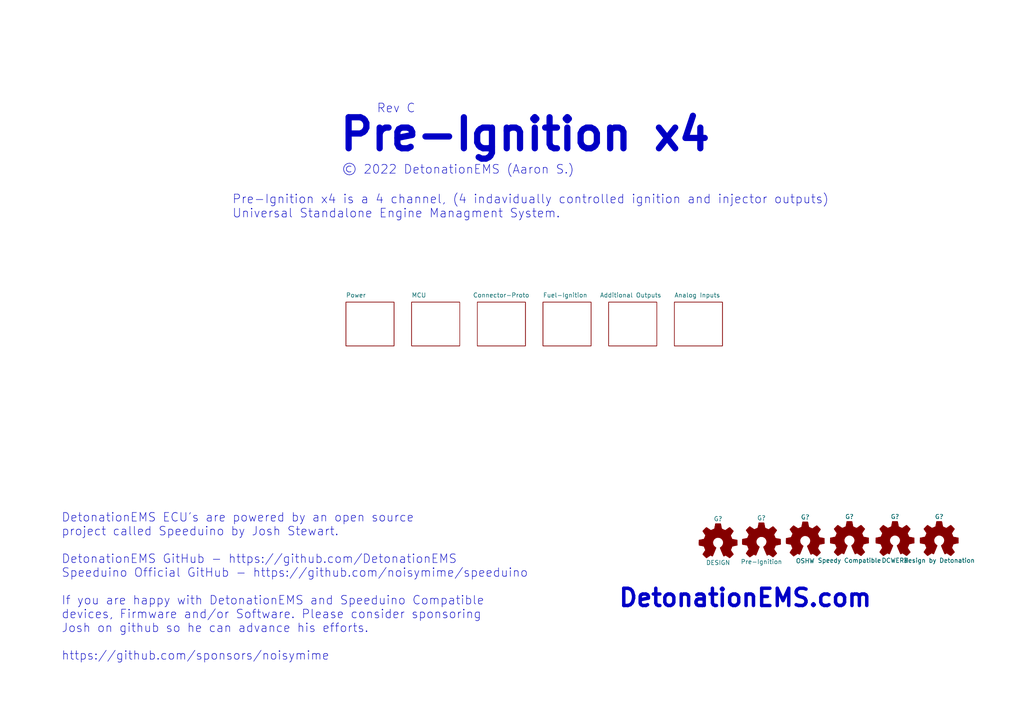
<source format=kicad_sch>
(kicad_sch (version 20211123) (generator eeschema)
  (paper "A4")
  (title_block (title "Pre-Ignition x4") (date "2022-11-23") (rev "C") (company "DetonationEMS"))
  (lib_symbols
    (symbol "Graphic:Logo_Open_Hardware_Small" (pin_names (offset 1.016))
      (symbol "Logo_Open_Hardware_Small_0_1"
        (polyline (pts (xy 3.3528 -4.3434) (xy 3.302 -4.318) (xy 3.175 -4.2418) (xy 2.9972 -4.1148) (xy 2.7686 -3.9624) (xy 2.54 -3.81) (xy 2.3622 -3.7084) (xy 2.2352 -3.6068) (xy 2.1844 -3.5814) (xy 2.159 -3.6068) (xy 2.0574 -3.6576) (xy 1.905 -3.7338) (xy 1.8034 -3.7846) (xy 1.6764 -3.8354) (xy 1.6002 -3.8354) (xy 1.6002 -3.8354) (xy 1.5494 -3.7338) (xy 1.4732 -3.5306) (xy 1.3462 -3.302) (xy 1.2446 -3.0226) (xy 1.1176 -2.7178) (xy 0.9652 -2.413) (xy 0.8636 -2.1082) (xy 0.7366 -1.8288) (xy 0.6604 -1.6256) (xy 0.6096 -1.4732) (xy 0.5842 -1.397) (xy 0.5842 -1.397) (xy 0.6604 -1.3208) (xy 0.7874 -1.2446) (xy 1.0414 -1.016) (xy 1.2954 -0.6858) (xy 1.4478 -0.3302) (xy 1.524 0.0762) (xy 1.4732 0.4572) (xy 1.3208 0.8128) (xy 1.0668 1.143) (xy 0.762 1.3716) (xy 0.4064 1.524) (xy 0 1.5748) (xy -0.381 1.5494) (xy -0.7366 1.397) (xy -1.0668 1.143) (xy -1.2192 0.9906) (xy -1.397 0.6604) (xy -1.524 0.3048) (xy -1.524 0.2286) (xy -1.4986 -0.1778) (xy -1.397 -0.5334) (xy -1.1938 -0.8636) (xy -0.9144 -1.143) (xy -0.8636 -1.1684) (xy -0.7366 -1.27) (xy -0.635 -1.3462) (xy -0.5842 -1.397) (xy -1.0668 -2.5908) (xy -1.143 -2.794) (xy -1.2954 -3.1242) (xy -1.397 -3.4036) (xy -1.4986 -3.6322) (xy -1.5748 -3.7846) (xy -1.6002 -3.8354) (xy -1.6002 -3.8354) (xy -1.651 -3.8354) (xy -1.7272 -3.81) (xy -1.905 -3.7338) (xy -2.0066 -3.683) (xy -2.1336 -3.6068) (xy -2.2098 -3.5814) (xy -2.2606 -3.6068) (xy -2.3622 -3.683) (xy -2.54 -3.81) (xy -2.7686 -3.9624) (xy -2.9718 -4.0894) (xy -3.1496 -4.2164) (xy -3.302 -4.318) (xy -3.3528 -4.3434) (xy -3.3782 -4.3434) (xy -3.429 -4.318) (xy -3.5306 -4.2164) (xy -3.7084 -4.064) (xy -3.937 -3.8354) (xy -3.9624 -3.81) (xy -4.1656 -3.6068) (xy -4.318 -3.4544) (xy -4.4196 -3.3274) (xy -4.445 -3.2766) (xy -4.445 -3.2766) (xy -4.4196 -3.2258) (xy -4.318 -3.0734) (xy -4.2164 -2.8956) (xy -4.064 -2.667) (xy -3.6576 -2.0828) (xy -3.8862 -1.5494) (xy -3.937 -1.3716) (xy -4.0386 -1.1684) (xy -4.0894 -1.0414) (xy -4.1148 -0.9652) (xy -4.191 -0.9398) (xy -4.318 -0.9144) (xy -4.5466 -0.8636) (xy -4.8006 -0.8128) (xy -5.0546 -0.7874) (xy -5.2578 -0.7366) (xy -5.4356 -0.7112) (xy -5.5118 -0.6858) (xy -5.5118 -0.6858) (xy -5.5372 -0.635) (xy -5.5372 -0.5588) (xy -5.5372 -0.4318) (xy -5.5626 -0.2286) (xy -5.5626 0.0762) (xy -5.5626 0.127) (xy -5.5372 0.4064) (xy -5.5372 0.635) (xy -5.5372 0.762) (xy -5.5372 0.8382) (xy -5.5372 0.8382) (xy -5.461 0.8382) (xy -5.3086 0.889) (xy -5.08 0.9144) (xy -4.826 0.9652) (xy -4.8006 0.9906) (xy -4.5466 1.0414) (xy -4.318 1.0668) (xy -4.1656 1.1176) (xy -4.0894 1.143) (xy -4.0894 1.143) (xy -4.0386 1.2446) (xy -3.9624 1.4224) (xy -3.8608 1.6256) (xy -3.7846 1.8288) (xy -3.7084 2.0066) (xy -3.6576 2.159) (xy -3.6322 2.2098) (xy -3.6322 2.2098) (xy -3.683 2.286) (xy -3.7592 2.413) (xy -3.8862 2.5908) (xy -4.064 2.8194) (xy -4.064 2.8448) (xy -4.2164 3.0734) (xy -4.3434 3.2512) (xy -4.4196 3.3782) (xy -4.445 3.4544) (xy -4.445 3.4544) (xy -4.3942 3.5052) (xy -4.2926 3.6322) (xy -4.1148 3.81) (xy -3.937 4.0132) (xy -3.8608 4.064) (xy -3.6576 4.2926) (xy -3.5052 4.4196) (xy -3.4036 4.4958) (xy -3.3528 4.5212) (xy -3.3528 4.5212) (xy -3.302 4.4704) (xy -3.1496 4.3688) (xy -2.9718 4.2418) (xy -2.7432 4.0894) (xy -2.7178 4.0894) (xy -2.4892 3.937) (xy -2.3114 3.81) (xy -2.1844 3.7084) (xy -2.1336 3.683) (xy -2.1082 3.683) (xy -2.032 3.7084) (xy -1.8542 3.7592) (xy -1.6764 3.8354) (xy -1.4732 3.937) (xy -1.27 4.0132) (xy -1.143 4.064) (xy -1.0668 4.1148) (xy -1.0668 4.1148) (xy -1.0414 4.191) (xy -1.016 4.3434) (xy -0.9652 4.572) (xy -0.9144 4.8514) (xy -0.889 4.9022) (xy -0.8382 5.1562) (xy -0.8128 5.3848) (xy -0.7874 5.5372) (xy -0.762 5.588) (xy -0.7112 5.6134) (xy -0.5842 5.6134) (xy -0.4064 5.6134) (xy -0.1524 5.6134) (xy 0.0762 5.6134) (xy 0.3302 5.6134) (xy 0.5334 5.6134) (xy 0.6858 5.588) (xy 0.7366 5.588) (xy 0.7366 5.588) (xy 0.762 5.5118) (xy 0.8128 5.334) (xy 0.8382 5.1054) (xy 0.9144 4.826) (xy 0.9144 4.7752) (xy 0.9652 4.5212) (xy 1.016 4.2926) (xy 1.0414 4.1402) (xy 1.0668 4.0894) (xy 1.0668 4.0894) (xy 1.1938 4.0386) (xy 1.3716 3.9624) (xy 1.5748 3.8608) (xy 2.0828 3.6576) (xy 2.7178 4.0894) (xy 2.7686 4.1402) (xy 2.9972 4.2926) (xy 3.175 4.4196) (xy 3.302 4.4958) (xy 3.3782 4.5212) (xy 3.3782 4.5212) (xy 3.429 4.4704) (xy 3.556 4.3434) (xy 3.7338 4.191) (xy 3.9116 3.9878) (xy 4.064 3.8354) (xy 4.2418 3.6576) (xy 4.3434 3.556) (xy 4.4196 3.4798) (xy 4.4196 3.429) (xy 4.4196 3.4036) (xy 4.3942 3.3274) (xy 4.2926 3.2004) (xy 4.1656 2.9972) (xy 4.0132 2.794) (xy 3.8862 2.5908) (xy 3.7592 2.3876) (xy 3.6576 2.2352) (xy 3.6322 2.159) (xy 3.6322 2.1336) (xy 3.683 2.0066) (xy 3.7592 1.8288) (xy 3.8608 1.6002) (xy 4.064 1.1176) (xy 4.3942 1.0414) (xy 4.5974 1.016) (xy 4.8768 0.9652) (xy 5.1308 0.9144) (xy 5.5372 0.8382) (xy 5.5626 -0.6604) (xy 5.4864 -0.6858) (xy 5.4356 -0.6858) (xy 5.2832 -0.7366) (xy 5.0546 -0.762) (xy 4.8006 -0.8128) (xy 4.5974 -0.8636) (xy 4.3688 -0.9144) (xy 4.2164 -0.9398) (xy 4.1402 -0.9398) (xy 4.1148 -0.9652) (xy 4.064 -1.0668) (xy 3.9878 -1.2446) (xy 3.9116 -1.4478) (xy 3.81 -1.651) (xy 3.7338 -1.8542) (xy 3.683 -2.0066) (xy 3.6576 -2.0828) (xy 3.683 -2.1336) (xy 3.7846 -2.2606) (xy 3.8862 -2.4638) (xy 4.0386 -2.667) (xy 4.191 -2.8956) (xy 4.318 -3.0734) (xy 4.3942 -3.2004) (xy 4.445 -3.2766) (xy 4.4196 -3.3274) (xy 4.3434 -3.429) (xy 4.1656 -3.5814) (xy 3.937 -3.8354) (xy 3.8862 -3.8608) (xy 3.683 -4.064) (xy 3.5306 -4.2164) (xy 3.4036 -4.318) (xy 3.3528 -4.3434)) (fill (type outline)))
      )
    )
  )
  (text "DetonationEMS ECU's are powered by an open source\nproject called Speeduino by Josh Stewart.\n\nDetonationEMS GitHub - https://github.com/DetonationEMS\nSpeeduino Official GitHub - https://github.com/noisymime/speeduino\n\nIf you are happy with DetonationEMS and Speeduino Compatible\ndevices, Firmware and/or Software. Please consider sponsoring\nJosh on github so he can advance his efforts.\n\nhttps://github.com/sponsors/noisymime" (at 17.78 191.77 0) (effects (font (size 2.4892 2.4892)) (justify left bottom)))
  (text "Pre-Ignition x4 is a 4 channel, (4 indavidually controlled ignition and injector outputs)\nUniversal Standalone Engine Managment System." (at 67.31 63.5 0) (effects (font (size 2.54 2.54)) (justify left bottom)))
  (text "Rev C" (at 109.22 33.02 0) (effects (font (size 2.54 2.54)) (justify left bottom)))
  (text "Pre-Ignition x4" (at 97.79 44.45 0) (effects (font (size 9 9) (thickness 1.8) bold) (justify left bottom)))
  (text "© 2022 DetonationEMS (Aaron S.)" (at 99.06 50.8 0) (effects (font (size 2.54 2.54)) (justify left bottom)))
  (text "DetonationEMS.com" (at 179.07 176.53 0) (effects (font (size 5 5) (thickness 1) bold) (justify left bottom)))
  (symbol (lib_id "Graphic:Logo_Open_Hardware_Small") (at 233.553 156.972 0) (unit 1) (in_bom no)
    (property "Reference" "G?" (at 233.553 149.987 0))
    (property "Value" "OSHW" (at 233.553 162.687 0))
    (property "Footprint" "Symbol:OSHW-Logo2_14.6x12mm_SilkScreen" (effects hide))
  )
  (symbol (lib_id "Graphic:Logo_Open_Hardware_Small") (at 259.588 156.845 0) (unit 1) (in_bom no)
    (property "Reference" "G?" (at 259.588 149.86 0))
    (property "Value" "DCWERX" (at 259.588 162.56 0))
    (property "Footprint" "Detonation-Logos:DCWerx-19mm" (effects hide))
  )
  (symbol (lib_id "Graphic:Logo_Open_Hardware_Small") (at 208.28 157.48 0) (unit 1) (in_bom no)
    (property "Reference" "G?" (at 208.28 150.495 0))
    (property "Value" "DESIGN" (at 208.28 163.195 0))
    (property "Footprint" "Detonation-Logos:Design by 20mm" (effects hide))
  )
  (symbol (lib_id "Graphic:Logo_Open_Hardware_Small") (at 272.415 156.845 0) (unit 1) (in_bom no)
    (property "Reference" "G?" (at 272.415 149.86 0))
    (property "Value" "Design by Detonation" (at 272.415 162.56 0))
    (property "Footprint" "Detonation-Logos:Design by 20mm" (effects hide))
  )
  (symbol (lib_id "Graphic:Logo_Open_Hardware_Small") (at 220.853 157.226 0) (unit 1) (in_bom no)
    (property "Reference" "G?" (at 220.853 150.241 0))
    (property "Value" "Pre-Ignition" (at 220.853 162.941 0))
    (property "Footprint" "Detonation-Logos:Pre-IgnitionX4-35mm" (effects hide))
  )
  (symbol (lib_id "Graphic:Logo_Open_Hardware_Small") (at 246.38 156.845 0) (unit 1) (in_bom no)
    (property "Reference" "G?" (at 246.38 149.86 0))
    (property "Value" "Speedy Compatible" (at 246.38 162.56 0))
    (property "Footprint" "Detonation:SpeeduinoCompatible-21mm" (effects hide))
  )
  (sheet (at 119.38 87.63) (size 13.97 12.7) (stroke (width 0.1524))
    (property "Sheet name" "MCU" (at 119.38 86.36 0) (effects (justify left bottom)))
    (property "Sheet file" "mcu.kicad_sch" (effects hide))
  )
  (sheet (at 195.58 87.63) (size 13.97 12.7)
    (property "Sheet name" "Analog Inputs" (at 195.58 86.36 0) (effects (justify left bottom)))
    (property "Sheet file" "Analog.kicad_sch" (effects hide))
  )
  (sheet (at 100.33 87.63) (size 13.97 12.7) (stroke (width 0.1524))
    (property "Sheet name" "Power" (at 100.33 86.36 0) (effects (justify left bottom)))
    (property "Sheet file" "power.kicad_sch" (effects hide))
  )
  (sheet (at 157.48 87.63) (size 13.97 12.7)
    (property "Sheet name" "Fuel-Ignition" (at 157.48 86.36 0) (effects (justify left bottom)))
    (property "Sheet file" "Fuel-Ignition.kicad_sch" (effects hide))
  )
  (sheet (at 138.43 87.63) (size 13.97 12.7)
    (property "Sheet name" "Connector-Proto" (at 137.16 86.36 0) (effects (justify left bottom)))
    (property "Sheet file" "Connector.kicad_sch" (effects hide))
  )
  (sheet (at 176.53 87.63) (size 13.97 12.7)
    (property "Sheet name" "Additional Outputs" (at 173.99 86.36 0) (effects (justify left bottom)))
    (property "Sheet file" "Output.kicad_sch" (effects hide))
  )
)
</source>
